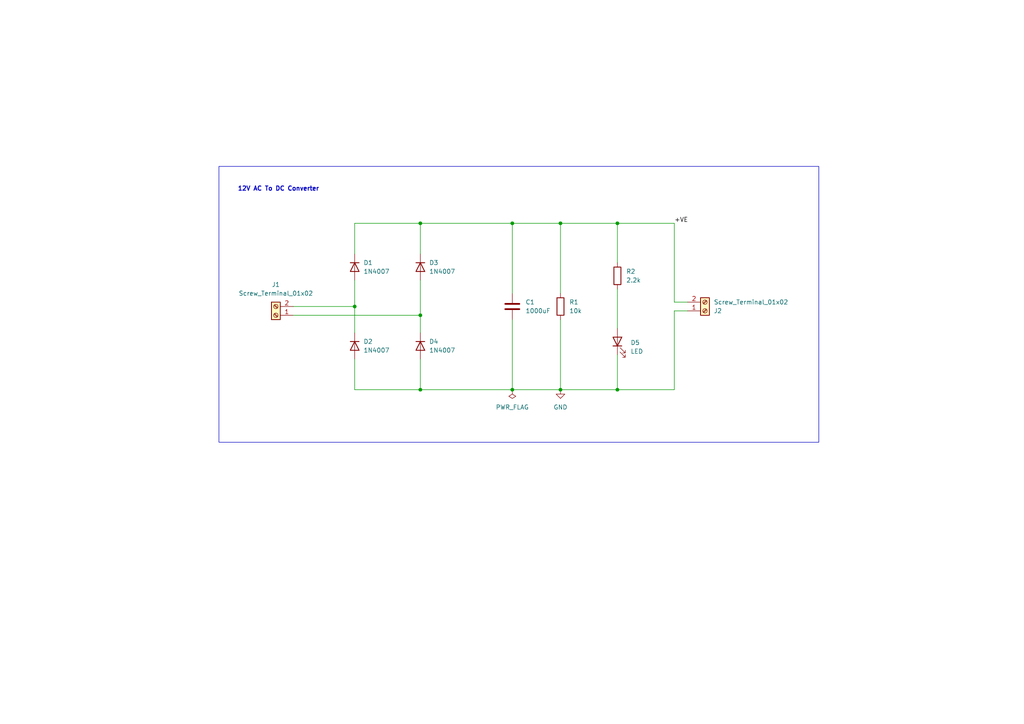
<source format=kicad_sch>
(kicad_sch
	(version 20250114)
	(generator "eeschema")
	(generator_version "9.0")
	(uuid "9662caff-c431-4920-8fbe-68e45b0fb7ae")
	(paper "A4")
	(title_block
		(title "AC To DC Converter")
		(date "2026-01-12")
	)
	(lib_symbols
		(symbol "Connector:Screw_Terminal_01x02"
			(pin_names
				(offset 1.016)
				(hide yes)
			)
			(exclude_from_sim no)
			(in_bom yes)
			(on_board yes)
			(property "Reference" "J"
				(at 0 2.54 0)
				(effects
					(font
						(size 1.27 1.27)
					)
				)
			)
			(property "Value" "Screw_Terminal_01x02"
				(at 0 -5.08 0)
				(effects
					(font
						(size 1.27 1.27)
					)
				)
			)
			(property "Footprint" ""
				(at 0 0 0)
				(effects
					(font
						(size 1.27 1.27)
					)
					(hide yes)
				)
			)
			(property "Datasheet" "~"
				(at 0 0 0)
				(effects
					(font
						(size 1.27 1.27)
					)
					(hide yes)
				)
			)
			(property "Description" "Generic screw terminal, single row, 01x02, script generated (kicad-library-utils/schlib/autogen/connector/)"
				(at 0 0 0)
				(effects
					(font
						(size 1.27 1.27)
					)
					(hide yes)
				)
			)
			(property "ki_keywords" "screw terminal"
				(at 0 0 0)
				(effects
					(font
						(size 1.27 1.27)
					)
					(hide yes)
				)
			)
			(property "ki_fp_filters" "TerminalBlock*:*"
				(at 0 0 0)
				(effects
					(font
						(size 1.27 1.27)
					)
					(hide yes)
				)
			)
			(symbol "Screw_Terminal_01x02_1_1"
				(rectangle
					(start -1.27 1.27)
					(end 1.27 -3.81)
					(stroke
						(width 0.254)
						(type default)
					)
					(fill
						(type background)
					)
				)
				(polyline
					(pts
						(xy -0.5334 0.3302) (xy 0.3302 -0.508)
					)
					(stroke
						(width 0.1524)
						(type default)
					)
					(fill
						(type none)
					)
				)
				(polyline
					(pts
						(xy -0.5334 -2.2098) (xy 0.3302 -3.048)
					)
					(stroke
						(width 0.1524)
						(type default)
					)
					(fill
						(type none)
					)
				)
				(polyline
					(pts
						(xy -0.3556 0.508) (xy 0.508 -0.3302)
					)
					(stroke
						(width 0.1524)
						(type default)
					)
					(fill
						(type none)
					)
				)
				(polyline
					(pts
						(xy -0.3556 -2.032) (xy 0.508 -2.8702)
					)
					(stroke
						(width 0.1524)
						(type default)
					)
					(fill
						(type none)
					)
				)
				(circle
					(center 0 0)
					(radius 0.635)
					(stroke
						(width 0.1524)
						(type default)
					)
					(fill
						(type none)
					)
				)
				(circle
					(center 0 -2.54)
					(radius 0.635)
					(stroke
						(width 0.1524)
						(type default)
					)
					(fill
						(type none)
					)
				)
				(pin passive line
					(at -5.08 0 0)
					(length 3.81)
					(name "Pin_1"
						(effects
							(font
								(size 1.27 1.27)
							)
						)
					)
					(number "1"
						(effects
							(font
								(size 1.27 1.27)
							)
						)
					)
				)
				(pin passive line
					(at -5.08 -2.54 0)
					(length 3.81)
					(name "Pin_2"
						(effects
							(font
								(size 1.27 1.27)
							)
						)
					)
					(number "2"
						(effects
							(font
								(size 1.27 1.27)
							)
						)
					)
				)
			)
			(embedded_fonts no)
		)
		(symbol "Device:C"
			(pin_numbers
				(hide yes)
			)
			(pin_names
				(offset 0.254)
			)
			(exclude_from_sim no)
			(in_bom yes)
			(on_board yes)
			(property "Reference" "C"
				(at 0.635 2.54 0)
				(effects
					(font
						(size 1.27 1.27)
					)
					(justify left)
				)
			)
			(property "Value" "C"
				(at 0.635 -2.54 0)
				(effects
					(font
						(size 1.27 1.27)
					)
					(justify left)
				)
			)
			(property "Footprint" ""
				(at 0.9652 -3.81 0)
				(effects
					(font
						(size 1.27 1.27)
					)
					(hide yes)
				)
			)
			(property "Datasheet" "~"
				(at 0 0 0)
				(effects
					(font
						(size 1.27 1.27)
					)
					(hide yes)
				)
			)
			(property "Description" "Unpolarized capacitor"
				(at 0 0 0)
				(effects
					(font
						(size 1.27 1.27)
					)
					(hide yes)
				)
			)
			(property "ki_keywords" "cap capacitor"
				(at 0 0 0)
				(effects
					(font
						(size 1.27 1.27)
					)
					(hide yes)
				)
			)
			(property "ki_fp_filters" "C_*"
				(at 0 0 0)
				(effects
					(font
						(size 1.27 1.27)
					)
					(hide yes)
				)
			)
			(symbol "C_0_1"
				(polyline
					(pts
						(xy -2.032 0.762) (xy 2.032 0.762)
					)
					(stroke
						(width 0.508)
						(type default)
					)
					(fill
						(type none)
					)
				)
				(polyline
					(pts
						(xy -2.032 -0.762) (xy 2.032 -0.762)
					)
					(stroke
						(width 0.508)
						(type default)
					)
					(fill
						(type none)
					)
				)
			)
			(symbol "C_1_1"
				(pin passive line
					(at 0 3.81 270)
					(length 2.794)
					(name "~"
						(effects
							(font
								(size 1.27 1.27)
							)
						)
					)
					(number "1"
						(effects
							(font
								(size 1.27 1.27)
							)
						)
					)
				)
				(pin passive line
					(at 0 -3.81 90)
					(length 2.794)
					(name "~"
						(effects
							(font
								(size 1.27 1.27)
							)
						)
					)
					(number "2"
						(effects
							(font
								(size 1.27 1.27)
							)
						)
					)
				)
			)
			(embedded_fonts no)
		)
		(symbol "Device:LED"
			(pin_numbers
				(hide yes)
			)
			(pin_names
				(offset 1.016)
				(hide yes)
			)
			(exclude_from_sim no)
			(in_bom yes)
			(on_board yes)
			(property "Reference" "D"
				(at 0 2.54 0)
				(effects
					(font
						(size 1.27 1.27)
					)
				)
			)
			(property "Value" "LED"
				(at 0 -2.54 0)
				(effects
					(font
						(size 1.27 1.27)
					)
				)
			)
			(property "Footprint" ""
				(at 0 0 0)
				(effects
					(font
						(size 1.27 1.27)
					)
					(hide yes)
				)
			)
			(property "Datasheet" "~"
				(at 0 0 0)
				(effects
					(font
						(size 1.27 1.27)
					)
					(hide yes)
				)
			)
			(property "Description" "Light emitting diode"
				(at 0 0 0)
				(effects
					(font
						(size 1.27 1.27)
					)
					(hide yes)
				)
			)
			(property "Sim.Pins" "1=K 2=A"
				(at 0 0 0)
				(effects
					(font
						(size 1.27 1.27)
					)
					(hide yes)
				)
			)
			(property "ki_keywords" "LED diode"
				(at 0 0 0)
				(effects
					(font
						(size 1.27 1.27)
					)
					(hide yes)
				)
			)
			(property "ki_fp_filters" "LED* LED_SMD:* LED_THT:*"
				(at 0 0 0)
				(effects
					(font
						(size 1.27 1.27)
					)
					(hide yes)
				)
			)
			(symbol "LED_0_1"
				(polyline
					(pts
						(xy -3.048 -0.762) (xy -4.572 -2.286) (xy -3.81 -2.286) (xy -4.572 -2.286) (xy -4.572 -1.524)
					)
					(stroke
						(width 0)
						(type default)
					)
					(fill
						(type none)
					)
				)
				(polyline
					(pts
						(xy -1.778 -0.762) (xy -3.302 -2.286) (xy -2.54 -2.286) (xy -3.302 -2.286) (xy -3.302 -1.524)
					)
					(stroke
						(width 0)
						(type default)
					)
					(fill
						(type none)
					)
				)
				(polyline
					(pts
						(xy -1.27 0) (xy 1.27 0)
					)
					(stroke
						(width 0)
						(type default)
					)
					(fill
						(type none)
					)
				)
				(polyline
					(pts
						(xy -1.27 -1.27) (xy -1.27 1.27)
					)
					(stroke
						(width 0.254)
						(type default)
					)
					(fill
						(type none)
					)
				)
				(polyline
					(pts
						(xy 1.27 -1.27) (xy 1.27 1.27) (xy -1.27 0) (xy 1.27 -1.27)
					)
					(stroke
						(width 0.254)
						(type default)
					)
					(fill
						(type none)
					)
				)
			)
			(symbol "LED_1_1"
				(pin passive line
					(at -3.81 0 0)
					(length 2.54)
					(name "K"
						(effects
							(font
								(size 1.27 1.27)
							)
						)
					)
					(number "1"
						(effects
							(font
								(size 1.27 1.27)
							)
						)
					)
				)
				(pin passive line
					(at 3.81 0 180)
					(length 2.54)
					(name "A"
						(effects
							(font
								(size 1.27 1.27)
							)
						)
					)
					(number "2"
						(effects
							(font
								(size 1.27 1.27)
							)
						)
					)
				)
			)
			(embedded_fonts no)
		)
		(symbol "Device:R"
			(pin_numbers
				(hide yes)
			)
			(pin_names
				(offset 0)
			)
			(exclude_from_sim no)
			(in_bom yes)
			(on_board yes)
			(property "Reference" "R"
				(at 2.032 0 90)
				(effects
					(font
						(size 1.27 1.27)
					)
				)
			)
			(property "Value" "R"
				(at 0 0 90)
				(effects
					(font
						(size 1.27 1.27)
					)
				)
			)
			(property "Footprint" ""
				(at -1.778 0 90)
				(effects
					(font
						(size 1.27 1.27)
					)
					(hide yes)
				)
			)
			(property "Datasheet" "~"
				(at 0 0 0)
				(effects
					(font
						(size 1.27 1.27)
					)
					(hide yes)
				)
			)
			(property "Description" "Resistor"
				(at 0 0 0)
				(effects
					(font
						(size 1.27 1.27)
					)
					(hide yes)
				)
			)
			(property "ki_keywords" "R res resistor"
				(at 0 0 0)
				(effects
					(font
						(size 1.27 1.27)
					)
					(hide yes)
				)
			)
			(property "ki_fp_filters" "R_*"
				(at 0 0 0)
				(effects
					(font
						(size 1.27 1.27)
					)
					(hide yes)
				)
			)
			(symbol "R_0_1"
				(rectangle
					(start -1.016 -2.54)
					(end 1.016 2.54)
					(stroke
						(width 0.254)
						(type default)
					)
					(fill
						(type none)
					)
				)
			)
			(symbol "R_1_1"
				(pin passive line
					(at 0 3.81 270)
					(length 1.27)
					(name "~"
						(effects
							(font
								(size 1.27 1.27)
							)
						)
					)
					(number "1"
						(effects
							(font
								(size 1.27 1.27)
							)
						)
					)
				)
				(pin passive line
					(at 0 -3.81 90)
					(length 1.27)
					(name "~"
						(effects
							(font
								(size 1.27 1.27)
							)
						)
					)
					(number "2"
						(effects
							(font
								(size 1.27 1.27)
							)
						)
					)
				)
			)
			(embedded_fonts no)
		)
		(symbol "Diode:1N4007"
			(pin_numbers
				(hide yes)
			)
			(pin_names
				(hide yes)
			)
			(exclude_from_sim no)
			(in_bom yes)
			(on_board yes)
			(property "Reference" "D"
				(at 0 2.54 0)
				(effects
					(font
						(size 1.27 1.27)
					)
				)
			)
			(property "Value" "1N4007"
				(at 0 -2.54 0)
				(effects
					(font
						(size 1.27 1.27)
					)
				)
			)
			(property "Footprint" "Diode_THT:D_DO-41_SOD81_P10.16mm_Horizontal"
				(at 0 -4.445 0)
				(effects
					(font
						(size 1.27 1.27)
					)
					(hide yes)
				)
			)
			(property "Datasheet" "http://www.vishay.com/docs/88503/1n4001.pdf"
				(at 0 0 0)
				(effects
					(font
						(size 1.27 1.27)
					)
					(hide yes)
				)
			)
			(property "Description" "1000V 1A General Purpose Rectifier Diode, DO-41"
				(at 0 0 0)
				(effects
					(font
						(size 1.27 1.27)
					)
					(hide yes)
				)
			)
			(property "Sim.Device" "D"
				(at 0 0 0)
				(effects
					(font
						(size 1.27 1.27)
					)
					(hide yes)
				)
			)
			(property "Sim.Pins" "1=K 2=A"
				(at 0 0 0)
				(effects
					(font
						(size 1.27 1.27)
					)
					(hide yes)
				)
			)
			(property "ki_keywords" "diode"
				(at 0 0 0)
				(effects
					(font
						(size 1.27 1.27)
					)
					(hide yes)
				)
			)
			(property "ki_fp_filters" "D*DO?41*"
				(at 0 0 0)
				(effects
					(font
						(size 1.27 1.27)
					)
					(hide yes)
				)
			)
			(symbol "1N4007_0_1"
				(polyline
					(pts
						(xy -1.27 1.27) (xy -1.27 -1.27)
					)
					(stroke
						(width 0.254)
						(type default)
					)
					(fill
						(type none)
					)
				)
				(polyline
					(pts
						(xy 1.27 1.27) (xy 1.27 -1.27) (xy -1.27 0) (xy 1.27 1.27)
					)
					(stroke
						(width 0.254)
						(type default)
					)
					(fill
						(type none)
					)
				)
				(polyline
					(pts
						(xy 1.27 0) (xy -1.27 0)
					)
					(stroke
						(width 0)
						(type default)
					)
					(fill
						(type none)
					)
				)
			)
			(symbol "1N4007_1_1"
				(pin passive line
					(at -3.81 0 0)
					(length 2.54)
					(name "K"
						(effects
							(font
								(size 1.27 1.27)
							)
						)
					)
					(number "1"
						(effects
							(font
								(size 1.27 1.27)
							)
						)
					)
				)
				(pin passive line
					(at 3.81 0 180)
					(length 2.54)
					(name "A"
						(effects
							(font
								(size 1.27 1.27)
							)
						)
					)
					(number "2"
						(effects
							(font
								(size 1.27 1.27)
							)
						)
					)
				)
			)
			(embedded_fonts no)
		)
		(symbol "power:GND"
			(power)
			(pin_numbers
				(hide yes)
			)
			(pin_names
				(offset 0)
				(hide yes)
			)
			(exclude_from_sim no)
			(in_bom yes)
			(on_board yes)
			(property "Reference" "#PWR"
				(at 0 -6.35 0)
				(effects
					(font
						(size 1.27 1.27)
					)
					(hide yes)
				)
			)
			(property "Value" "GND"
				(at 0 -3.81 0)
				(effects
					(font
						(size 1.27 1.27)
					)
				)
			)
			(property "Footprint" ""
				(at 0 0 0)
				(effects
					(font
						(size 1.27 1.27)
					)
					(hide yes)
				)
			)
			(property "Datasheet" ""
				(at 0 0 0)
				(effects
					(font
						(size 1.27 1.27)
					)
					(hide yes)
				)
			)
			(property "Description" "Power symbol creates a global label with name \"GND\" , ground"
				(at 0 0 0)
				(effects
					(font
						(size 1.27 1.27)
					)
					(hide yes)
				)
			)
			(property "ki_keywords" "global power"
				(at 0 0 0)
				(effects
					(font
						(size 1.27 1.27)
					)
					(hide yes)
				)
			)
			(symbol "GND_0_1"
				(polyline
					(pts
						(xy 0 0) (xy 0 -1.27) (xy 1.27 -1.27) (xy 0 -2.54) (xy -1.27 -1.27) (xy 0 -1.27)
					)
					(stroke
						(width 0)
						(type default)
					)
					(fill
						(type none)
					)
				)
			)
			(symbol "GND_1_1"
				(pin power_in line
					(at 0 0 270)
					(length 0)
					(name "~"
						(effects
							(font
								(size 1.27 1.27)
							)
						)
					)
					(number "1"
						(effects
							(font
								(size 1.27 1.27)
							)
						)
					)
				)
			)
			(embedded_fonts no)
		)
		(symbol "power:PWR_FLAG"
			(power)
			(pin_numbers
				(hide yes)
			)
			(pin_names
				(offset 0)
				(hide yes)
			)
			(exclude_from_sim no)
			(in_bom yes)
			(on_board yes)
			(property "Reference" "#FLG"
				(at 0 1.905 0)
				(effects
					(font
						(size 1.27 1.27)
					)
					(hide yes)
				)
			)
			(property "Value" "PWR_FLAG"
				(at 0 3.81 0)
				(effects
					(font
						(size 1.27 1.27)
					)
				)
			)
			(property "Footprint" ""
				(at 0 0 0)
				(effects
					(font
						(size 1.27 1.27)
					)
					(hide yes)
				)
			)
			(property "Datasheet" "~"
				(at 0 0 0)
				(effects
					(font
						(size 1.27 1.27)
					)
					(hide yes)
				)
			)
			(property "Description" "Special symbol for telling ERC where power comes from"
				(at 0 0 0)
				(effects
					(font
						(size 1.27 1.27)
					)
					(hide yes)
				)
			)
			(property "ki_keywords" "flag power"
				(at 0 0 0)
				(effects
					(font
						(size 1.27 1.27)
					)
					(hide yes)
				)
			)
			(symbol "PWR_FLAG_0_0"
				(pin power_out line
					(at 0 0 90)
					(length 0)
					(name "~"
						(effects
							(font
								(size 1.27 1.27)
							)
						)
					)
					(number "1"
						(effects
							(font
								(size 1.27 1.27)
							)
						)
					)
				)
			)
			(symbol "PWR_FLAG_0_1"
				(polyline
					(pts
						(xy 0 0) (xy 0 1.27) (xy -1.016 1.905) (xy 0 2.54) (xy 1.016 1.905) (xy 0 1.27)
					)
					(stroke
						(width 0)
						(type default)
					)
					(fill
						(type none)
					)
				)
			)
			(embedded_fonts no)
		)
	)
	(rectangle
		(start 63.5 48.26)
		(end 237.49 128.27)
		(stroke
			(width 0)
			(type default)
		)
		(fill
			(type none)
		)
		(uuid bdb0ea6d-fbf5-4a56-a5e5-ed4bae97557c)
	)
	(text "12V AC To DC Converter"
		(exclude_from_sim no)
		(at 80.772 54.864 0)
		(effects
			(font
				(size 1.27 1.27)
				(thickness 0.254)
				(bold yes)
			)
		)
		(uuid "6907450a-0814-40af-a110-666bb2d6ca61")
	)
	(junction
		(at 121.92 64.77)
		(diameter 0)
		(color 0 0 0 0)
		(uuid "3bf38c2d-d8bc-4197-ac25-63f77df37c7f")
	)
	(junction
		(at 179.07 64.77)
		(diameter 0)
		(color 0 0 0 0)
		(uuid "43cdb1a2-fc2a-4cdf-82b7-879ca3f44c26")
	)
	(junction
		(at 179.07 113.03)
		(diameter 0)
		(color 0 0 0 0)
		(uuid "64df586d-bf8e-42c6-9b7c-6c7ea772cda6")
	)
	(junction
		(at 162.56 64.77)
		(diameter 0)
		(color 0 0 0 0)
		(uuid "8fc6a9a4-44c8-435f-b750-e6aa1259562c")
	)
	(junction
		(at 162.56 113.03)
		(diameter 0)
		(color 0 0 0 0)
		(uuid "95312e1b-45ed-47e6-9517-9c669bc9a4cd")
	)
	(junction
		(at 148.59 64.77)
		(diameter 0)
		(color 0 0 0 0)
		(uuid "ad466f6a-d04e-4ef3-86f4-9a77869dcfa8")
	)
	(junction
		(at 148.59 113.03)
		(diameter 0)
		(color 0 0 0 0)
		(uuid "b086369c-a656-4923-8fe1-73ff6c23403a")
	)
	(junction
		(at 121.92 113.03)
		(diameter 0)
		(color 0 0 0 0)
		(uuid "c22b796e-3ad1-479a-a671-5a49436d818c")
	)
	(junction
		(at 121.92 91.44)
		(diameter 0)
		(color 0 0 0 0)
		(uuid "e5412908-eadd-453a-ac31-99a306705e7c")
	)
	(junction
		(at 102.87 88.9)
		(diameter 0)
		(color 0 0 0 0)
		(uuid "eddc1c8d-b761-4b17-b8dd-cfdb07bc3ae4")
	)
	(wire
		(pts
			(xy 85.09 91.44) (xy 121.92 91.44)
		)
		(stroke
			(width 0)
			(type default)
		)
		(uuid "082d6ffd-eafa-41b5-ab3c-98a39473c96b")
	)
	(wire
		(pts
			(xy 121.92 64.77) (xy 121.92 73.66)
		)
		(stroke
			(width 0)
			(type default)
		)
		(uuid "15782bd0-84b6-49ec-ab5e-79de4ce6afeb")
	)
	(wire
		(pts
			(xy 195.58 87.63) (xy 199.39 87.63)
		)
		(stroke
			(width 0)
			(type default)
		)
		(uuid "1b1c6184-927e-49fe-8c3d-7dbd6278ae5d")
	)
	(wire
		(pts
			(xy 102.87 113.03) (xy 121.92 113.03)
		)
		(stroke
			(width 0)
			(type default)
		)
		(uuid "1d60e001-c60e-4f2c-8450-4531e263cd7d")
	)
	(wire
		(pts
			(xy 148.59 92.71) (xy 148.59 113.03)
		)
		(stroke
			(width 0)
			(type default)
		)
		(uuid "253df825-3213-45d9-99d1-fc154e5bb3a6")
	)
	(wire
		(pts
			(xy 179.07 83.82) (xy 179.07 95.25)
		)
		(stroke
			(width 0)
			(type default)
		)
		(uuid "37cfdf50-f3ae-42bb-bee0-c2fdfc8664d1")
	)
	(wire
		(pts
			(xy 162.56 64.77) (xy 179.07 64.77)
		)
		(stroke
			(width 0)
			(type default)
		)
		(uuid "4530aff0-4af1-4f55-a113-48672b08b982")
	)
	(wire
		(pts
			(xy 179.07 102.87) (xy 179.07 113.03)
		)
		(stroke
			(width 0)
			(type default)
		)
		(uuid "483c4ba1-fb00-44a4-a466-326a5ea4e523")
	)
	(wire
		(pts
			(xy 121.92 91.44) (xy 121.92 96.52)
		)
		(stroke
			(width 0)
			(type default)
		)
		(uuid "48624aba-c4e8-4a73-bf1b-25c834fe07cb")
	)
	(wire
		(pts
			(xy 121.92 81.28) (xy 121.92 91.44)
		)
		(stroke
			(width 0)
			(type default)
		)
		(uuid "4acf0e4c-c473-4888-8135-ed958ec1463e")
	)
	(wire
		(pts
			(xy 179.07 64.77) (xy 195.58 64.77)
		)
		(stroke
			(width 0)
			(type default)
		)
		(uuid "544aae89-7629-4185-b0a3-fda095696753")
	)
	(wire
		(pts
			(xy 121.92 64.77) (xy 148.59 64.77)
		)
		(stroke
			(width 0)
			(type default)
		)
		(uuid "60468304-26f3-46d1-b13d-417b7d0368f3")
	)
	(wire
		(pts
			(xy 162.56 64.77) (xy 162.56 85.09)
		)
		(stroke
			(width 0)
			(type default)
		)
		(uuid "60aba8ad-2650-4e78-89cc-408423e515e9")
	)
	(wire
		(pts
			(xy 195.58 90.17) (xy 195.58 113.03)
		)
		(stroke
			(width 0)
			(type default)
		)
		(uuid "61e34547-b571-4996-843d-218bdfe855f7")
	)
	(wire
		(pts
			(xy 162.56 113.03) (xy 179.07 113.03)
		)
		(stroke
			(width 0)
			(type default)
		)
		(uuid "71ce72fe-47a5-481b-8302-b650d874e8f2")
	)
	(wire
		(pts
			(xy 162.56 92.71) (xy 162.56 113.03)
		)
		(stroke
			(width 0)
			(type default)
		)
		(uuid "71ce79c4-5bdc-4cb9-9112-7566fd83a9f7")
	)
	(wire
		(pts
			(xy 85.09 88.9) (xy 102.87 88.9)
		)
		(stroke
			(width 0)
			(type default)
		)
		(uuid "72948049-3196-4f1e-9bda-9499afa92995")
	)
	(wire
		(pts
			(xy 179.07 64.77) (xy 179.07 76.2)
		)
		(stroke
			(width 0)
			(type default)
		)
		(uuid "76cb1fa8-58dd-4ea9-a9da-f6536ef60ef6")
	)
	(wire
		(pts
			(xy 148.59 64.77) (xy 162.56 64.77)
		)
		(stroke
			(width 0)
			(type default)
		)
		(uuid "7dbba94d-bcd0-4173-a419-12efc2ad969b")
	)
	(wire
		(pts
			(xy 102.87 73.66) (xy 102.87 64.77)
		)
		(stroke
			(width 0)
			(type default)
		)
		(uuid "9a08f9b8-a105-4bb5-b895-30434d0a3884")
	)
	(wire
		(pts
			(xy 102.87 104.14) (xy 102.87 113.03)
		)
		(stroke
			(width 0)
			(type default)
		)
		(uuid "9dedb88f-52ac-4206-9b64-ba62fc65b5af")
	)
	(wire
		(pts
			(xy 102.87 64.77) (xy 121.92 64.77)
		)
		(stroke
			(width 0)
			(type default)
		)
		(uuid "ab176e9b-367b-40a0-95d8-3786c16e4a7e")
	)
	(wire
		(pts
			(xy 199.39 90.17) (xy 195.58 90.17)
		)
		(stroke
			(width 0)
			(type default)
		)
		(uuid "b1984c04-51f0-4a22-908b-9f8f02e90ac3")
	)
	(wire
		(pts
			(xy 195.58 113.03) (xy 179.07 113.03)
		)
		(stroke
			(width 0)
			(type default)
		)
		(uuid "b2f8a06a-62a6-4a54-a83c-3b7de5c1110a")
	)
	(wire
		(pts
			(xy 121.92 113.03) (xy 148.59 113.03)
		)
		(stroke
			(width 0)
			(type default)
		)
		(uuid "b54f000a-082b-4a8c-acfa-b7581becd472")
	)
	(wire
		(pts
			(xy 195.58 64.77) (xy 195.58 87.63)
		)
		(stroke
			(width 0)
			(type default)
		)
		(uuid "bb82be14-d51c-46ad-810f-28f96deac09c")
	)
	(wire
		(pts
			(xy 102.87 88.9) (xy 102.87 96.52)
		)
		(stroke
			(width 0)
			(type default)
		)
		(uuid "c5eeec8a-1f3d-4a3f-9103-a89e4c18ff3c")
	)
	(wire
		(pts
			(xy 121.92 104.14) (xy 121.92 113.03)
		)
		(stroke
			(width 0)
			(type default)
		)
		(uuid "ca33669d-40da-4063-b87d-7529bbcf62e3")
	)
	(wire
		(pts
			(xy 148.59 64.77) (xy 148.59 85.09)
		)
		(stroke
			(width 0)
			(type default)
		)
		(uuid "ed25729d-53a9-42b9-8d92-d8a8c50b7efe")
	)
	(wire
		(pts
			(xy 162.56 113.03) (xy 148.59 113.03)
		)
		(stroke
			(width 0)
			(type default)
		)
		(uuid "f56a15e7-8f4e-4a40-8495-3513d810ea0e")
	)
	(wire
		(pts
			(xy 102.87 81.28) (xy 102.87 88.9)
		)
		(stroke
			(width 0)
			(type default)
		)
		(uuid "f6eab2b6-81ed-447b-8cdc-45cba1f6d8b7")
	)
	(label "+VE"
		(at 195.58 64.77 0)
		(effects
			(font
				(size 1.27 1.27)
			)
			(justify left bottom)
		)
		(uuid "c420fa0f-c3f3-4626-a9d7-c76223b7b368")
	)
	(symbol
		(lib_id "Connector:Screw_Terminal_01x02")
		(at 80.01 91.44 180)
		(unit 1)
		(exclude_from_sim no)
		(in_bom yes)
		(on_board yes)
		(dnp no)
		(fields_autoplaced yes)
		(uuid "2170cfe2-0ecc-4ab0-87cf-ae0e8e0c684a")
		(property "Reference" "J1"
			(at 80.01 82.55 0)
			(effects
				(font
					(size 1.27 1.27)
				)
			)
		)
		(property "Value" "Screw_Terminal_01x02"
			(at 80.01 85.09 0)
			(effects
				(font
					(size 1.27 1.27)
				)
			)
		)
		(property "Footprint" "TerminalBlock_Altech:Altech_AK100_1x02_P5.00mm"
			(at 80.01 91.44 0)
			(effects
				(font
					(size 1.27 1.27)
				)
				(hide yes)
			)
		)
		(property "Datasheet" "~"
			(at 80.01 91.44 0)
			(effects
				(font
					(size 1.27 1.27)
				)
				(hide yes)
			)
		)
		(property "Description" "Generic screw terminal, single row, 01x02, script generated (kicad-library-utils/schlib/autogen/connector/)"
			(at 80.01 91.44 0)
			(effects
				(font
					(size 1.27 1.27)
				)
				(hide yes)
			)
		)
		(pin "1"
			(uuid "1f37f185-4618-48f6-895c-8cf5cf8aec42")
		)
		(pin "2"
			(uuid "f171fc84-08fa-4184-9f96-ec4a10d9c509")
		)
		(instances
			(project ""
				(path "/9662caff-c431-4920-8fbe-68e45b0fb7ae"
					(reference "J1")
					(unit 1)
				)
			)
		)
	)
	(symbol
		(lib_id "Device:R")
		(at 162.56 88.9 0)
		(unit 1)
		(exclude_from_sim no)
		(in_bom yes)
		(on_board yes)
		(dnp no)
		(fields_autoplaced yes)
		(uuid "34fc8a83-a36b-4e97-9f1e-9f328544ac87")
		(property "Reference" "R1"
			(at 165.1 87.6299 0)
			(effects
				(font
					(size 1.27 1.27)
				)
				(justify left)
			)
		)
		(property "Value" "10k"
			(at 165.1 90.1699 0)
			(effects
				(font
					(size 1.27 1.27)
				)
				(justify left)
			)
		)
		(property "Footprint" "Resistor_THT:R_Axial_DIN0207_L6.3mm_D2.5mm_P7.62mm_Horizontal"
			(at 160.782 88.9 90)
			(effects
				(font
					(size 1.27 1.27)
				)
				(hide yes)
			)
		)
		(property "Datasheet" "~"
			(at 162.56 88.9 0)
			(effects
				(font
					(size 1.27 1.27)
				)
				(hide yes)
			)
		)
		(property "Description" "Resistor"
			(at 162.56 88.9 0)
			(effects
				(font
					(size 1.27 1.27)
				)
				(hide yes)
			)
		)
		(pin "2"
			(uuid "dd06b0d0-3f7b-4943-b6a0-890816781c15")
		)
		(pin "1"
			(uuid "5939d175-d484-49d3-8e9e-cc2ba267face")
		)
		(instances
			(project ""
				(path "/9662caff-c431-4920-8fbe-68e45b0fb7ae"
					(reference "R1")
					(unit 1)
				)
			)
		)
	)
	(symbol
		(lib_id "Diode:1N4007")
		(at 102.87 100.33 270)
		(unit 1)
		(exclude_from_sim no)
		(in_bom yes)
		(on_board yes)
		(dnp no)
		(fields_autoplaced yes)
		(uuid "51a7aeb5-d66b-4584-8fc9-0a70e2b3bddb")
		(property "Reference" "D2"
			(at 105.41 99.0599 90)
			(effects
				(font
					(size 1.27 1.27)
				)
				(justify left)
			)
		)
		(property "Value" "1N4007"
			(at 105.41 101.5999 90)
			(effects
				(font
					(size 1.27 1.27)
				)
				(justify left)
			)
		)
		(property "Footprint" "Diode_THT:D_DO-41_SOD81_P10.16mm_Horizontal"
			(at 98.425 100.33 0)
			(effects
				(font
					(size 1.27 1.27)
				)
				(hide yes)
			)
		)
		(property "Datasheet" "http://www.vishay.com/docs/88503/1n4001.pdf"
			(at 102.87 100.33 0)
			(effects
				(font
					(size 1.27 1.27)
				)
				(hide yes)
			)
		)
		(property "Description" "1000V 1A General Purpose Rectifier Diode, DO-41"
			(at 102.87 100.33 0)
			(effects
				(font
					(size 1.27 1.27)
				)
				(hide yes)
			)
		)
		(property "Sim.Device" "D"
			(at 102.87 100.33 0)
			(effects
				(font
					(size 1.27 1.27)
				)
				(hide yes)
			)
		)
		(property "Sim.Pins" "1=K 2=A"
			(at 102.87 100.33 0)
			(effects
				(font
					(size 1.27 1.27)
				)
				(hide yes)
			)
		)
		(pin "2"
			(uuid "f61b2105-c783-4c5c-b78a-7cbc25c9d73b")
		)
		(pin "1"
			(uuid "842b42e8-ebbf-4f6d-9ceb-31b229544415")
		)
		(instances
			(project "actodc"
				(path "/9662caff-c431-4920-8fbe-68e45b0fb7ae"
					(reference "D2")
					(unit 1)
				)
			)
		)
	)
	(symbol
		(lib_id "power:GND")
		(at 162.56 113.03 0)
		(unit 1)
		(exclude_from_sim no)
		(in_bom yes)
		(on_board yes)
		(dnp no)
		(fields_autoplaced yes)
		(uuid "5bf0e093-65cb-44b0-9abb-eb92ba1b13b6")
		(property "Reference" "#PWR01"
			(at 162.56 119.38 0)
			(effects
				(font
					(size 1.27 1.27)
				)
				(hide yes)
			)
		)
		(property "Value" "GND"
			(at 162.56 118.11 0)
			(effects
				(font
					(size 1.27 1.27)
				)
			)
		)
		(property "Footprint" ""
			(at 162.56 113.03 0)
			(effects
				(font
					(size 1.27 1.27)
				)
				(hide yes)
			)
		)
		(property "Datasheet" ""
			(at 162.56 113.03 0)
			(effects
				(font
					(size 1.27 1.27)
				)
				(hide yes)
			)
		)
		(property "Description" "Power symbol creates a global label with name \"GND\" , ground"
			(at 162.56 113.03 0)
			(effects
				(font
					(size 1.27 1.27)
				)
				(hide yes)
			)
		)
		(pin "1"
			(uuid "69ae13dc-8288-4d8e-a454-5271a06eeba7")
		)
		(instances
			(project ""
				(path "/9662caff-c431-4920-8fbe-68e45b0fb7ae"
					(reference "#PWR01")
					(unit 1)
				)
			)
		)
	)
	(symbol
		(lib_id "Device:LED")
		(at 179.07 99.06 90)
		(unit 1)
		(exclude_from_sim no)
		(in_bom yes)
		(on_board yes)
		(dnp no)
		(fields_autoplaced yes)
		(uuid "71ca2f24-252a-4b17-a0d6-00b5cafa1989")
		(property "Reference" "D5"
			(at 182.88 99.3774 90)
			(effects
				(font
					(size 1.27 1.27)
				)
				(justify right)
			)
		)
		(property "Value" "LED"
			(at 182.88 101.9174 90)
			(effects
				(font
					(size 1.27 1.27)
				)
				(justify right)
			)
		)
		(property "Footprint" "LED_THT:LED_D5.0mm"
			(at 179.07 99.06 0)
			(effects
				(font
					(size 1.27 1.27)
				)
				(hide yes)
			)
		)
		(property "Datasheet" "~"
			(at 179.07 99.06 0)
			(effects
				(font
					(size 1.27 1.27)
				)
				(hide yes)
			)
		)
		(property "Description" "Light emitting diode"
			(at 179.07 99.06 0)
			(effects
				(font
					(size 1.27 1.27)
				)
				(hide yes)
			)
		)
		(property "Sim.Pins" "1=K 2=A"
			(at 179.07 99.06 0)
			(effects
				(font
					(size 1.27 1.27)
				)
				(hide yes)
			)
		)
		(pin "2"
			(uuid "a353f521-3063-4d81-a1dc-6c1d85a666b3")
		)
		(pin "1"
			(uuid "d7f5d6ee-0fc5-4562-af53-00db73079f9f")
		)
		(instances
			(project ""
				(path "/9662caff-c431-4920-8fbe-68e45b0fb7ae"
					(reference "D5")
					(unit 1)
				)
			)
		)
	)
	(symbol
		(lib_id "Device:C")
		(at 148.59 88.9 0)
		(unit 1)
		(exclude_from_sim no)
		(in_bom yes)
		(on_board yes)
		(dnp no)
		(fields_autoplaced yes)
		(uuid "782c02d1-7e9d-48c3-8927-124253f00914")
		(property "Reference" "C1"
			(at 152.4 87.6299 0)
			(effects
				(font
					(size 1.27 1.27)
				)
				(justify left)
			)
		)
		(property "Value" "1000uF"
			(at 152.4 90.1699 0)
			(effects
				(font
					(size 1.27 1.27)
				)
				(justify left)
			)
		)
		(property "Footprint" "Capacitor_THT:CP_Radial_D8.0mm_P2.50mm"
			(at 149.5552 92.71 0)
			(effects
				(font
					(size 1.27 1.27)
				)
				(hide yes)
			)
		)
		(property "Datasheet" "~"
			(at 148.59 88.9 0)
			(effects
				(font
					(size 1.27 1.27)
				)
				(hide yes)
			)
		)
		(property "Description" "Unpolarized capacitor"
			(at 148.59 88.9 0)
			(effects
				(font
					(size 1.27 1.27)
				)
				(hide yes)
			)
		)
		(pin "1"
			(uuid "1fca6fac-cc4e-42c5-a458-6e1b6197bedf")
		)
		(pin "2"
			(uuid "72c6c2bd-dd30-41f8-a2b6-ae27d720c756")
		)
		(instances
			(project ""
				(path "/9662caff-c431-4920-8fbe-68e45b0fb7ae"
					(reference "C1")
					(unit 1)
				)
			)
		)
	)
	(symbol
		(lib_id "Diode:1N4007")
		(at 121.92 77.47 270)
		(unit 1)
		(exclude_from_sim no)
		(in_bom yes)
		(on_board yes)
		(dnp no)
		(fields_autoplaced yes)
		(uuid "79b51571-5f24-4642-80e2-cce9c003e88e")
		(property "Reference" "D3"
			(at 124.46 76.1999 90)
			(effects
				(font
					(size 1.27 1.27)
				)
				(justify left)
			)
		)
		(property "Value" "1N4007"
			(at 124.46 78.7399 90)
			(effects
				(font
					(size 1.27 1.27)
				)
				(justify left)
			)
		)
		(property "Footprint" "Diode_THT:D_DO-41_SOD81_P10.16mm_Horizontal"
			(at 117.475 77.47 0)
			(effects
				(font
					(size 1.27 1.27)
				)
				(hide yes)
			)
		)
		(property "Datasheet" "http://www.vishay.com/docs/88503/1n4001.pdf"
			(at 121.92 77.47 0)
			(effects
				(font
					(size 1.27 1.27)
				)
				(hide yes)
			)
		)
		(property "Description" "1000V 1A General Purpose Rectifier Diode, DO-41"
			(at 121.92 77.47 0)
			(effects
				(font
					(size 1.27 1.27)
				)
				(hide yes)
			)
		)
		(property "Sim.Device" "D"
			(at 121.92 77.47 0)
			(effects
				(font
					(size 1.27 1.27)
				)
				(hide yes)
			)
		)
		(property "Sim.Pins" "1=K 2=A"
			(at 121.92 77.47 0)
			(effects
				(font
					(size 1.27 1.27)
				)
				(hide yes)
			)
		)
		(pin "2"
			(uuid "a76d4ebf-eb2c-407a-8193-cc5f2ce061d4")
		)
		(pin "1"
			(uuid "8ff0dd5b-c577-4c2c-849a-4e7490905f1d")
		)
		(instances
			(project "actodc"
				(path "/9662caff-c431-4920-8fbe-68e45b0fb7ae"
					(reference "D3")
					(unit 1)
				)
			)
		)
	)
	(symbol
		(lib_id "Diode:1N4007")
		(at 102.87 77.47 270)
		(unit 1)
		(exclude_from_sim no)
		(in_bom yes)
		(on_board yes)
		(dnp no)
		(fields_autoplaced yes)
		(uuid "a2c7e9c0-0d9f-4457-a4cc-10234d27fd93")
		(property "Reference" "D1"
			(at 105.41 76.1999 90)
			(effects
				(font
					(size 1.27 1.27)
				)
				(justify left)
			)
		)
		(property "Value" "1N4007"
			(at 105.41 78.7399 90)
			(effects
				(font
					(size 1.27 1.27)
				)
				(justify left)
			)
		)
		(property "Footprint" "Diode_THT:D_DO-41_SOD81_P10.16mm_Horizontal"
			(at 98.425 77.47 0)
			(effects
				(font
					(size 1.27 1.27)
				)
				(hide yes)
			)
		)
		(property "Datasheet" "http://www.vishay.com/docs/88503/1n4001.pdf"
			(at 102.87 77.47 0)
			(effects
				(font
					(size 1.27 1.27)
				)
				(hide yes)
			)
		)
		(property "Description" "1000V 1A General Purpose Rectifier Diode, DO-41"
			(at 102.87 77.47 0)
			(effects
				(font
					(size 1.27 1.27)
				)
				(hide yes)
			)
		)
		(property "Sim.Device" "D"
			(at 102.87 77.47 0)
			(effects
				(font
					(size 1.27 1.27)
				)
				(hide yes)
			)
		)
		(property "Sim.Pins" "1=K 2=A"
			(at 102.87 77.47 0)
			(effects
				(font
					(size 1.27 1.27)
				)
				(hide yes)
			)
		)
		(pin "2"
			(uuid "cb63f378-22ba-4523-839c-c2ba1430173a")
		)
		(pin "1"
			(uuid "572e75e6-e9bc-4272-b093-e7433fd21f94")
		)
		(instances
			(project ""
				(path "/9662caff-c431-4920-8fbe-68e45b0fb7ae"
					(reference "D1")
					(unit 1)
				)
			)
		)
	)
	(symbol
		(lib_id "Device:R")
		(at 179.07 80.01 0)
		(unit 1)
		(exclude_from_sim no)
		(in_bom yes)
		(on_board yes)
		(dnp no)
		(fields_autoplaced yes)
		(uuid "a6092ed8-7ee5-4870-bb6f-dbfd929f2b4b")
		(property "Reference" "R2"
			(at 181.61 78.7399 0)
			(effects
				(font
					(size 1.27 1.27)
				)
				(justify left)
			)
		)
		(property "Value" "2.2k"
			(at 181.61 81.2799 0)
			(effects
				(font
					(size 1.27 1.27)
				)
				(justify left)
			)
		)
		(property "Footprint" "Resistor_THT:R_Axial_DIN0207_L6.3mm_D2.5mm_P7.62mm_Horizontal"
			(at 177.292 80.01 90)
			(effects
				(font
					(size 1.27 1.27)
				)
				(hide yes)
			)
		)
		(property "Datasheet" "~"
			(at 179.07 80.01 0)
			(effects
				(font
					(size 1.27 1.27)
				)
				(hide yes)
			)
		)
		(property "Description" "Resistor"
			(at 179.07 80.01 0)
			(effects
				(font
					(size 1.27 1.27)
				)
				(hide yes)
			)
		)
		(pin "2"
			(uuid "13ad2bad-3b01-407f-b0a6-6b13fe8ad9dd")
		)
		(pin "1"
			(uuid "9b7413ff-924c-44de-879b-25a60e616224")
		)
		(instances
			(project "actodc"
				(path "/9662caff-c431-4920-8fbe-68e45b0fb7ae"
					(reference "R2")
					(unit 1)
				)
			)
		)
	)
	(symbol
		(lib_id "power:PWR_FLAG")
		(at 148.59 113.03 180)
		(unit 1)
		(exclude_from_sim no)
		(in_bom yes)
		(on_board yes)
		(dnp no)
		(fields_autoplaced yes)
		(uuid "b0c86ab8-a90f-4c95-bcba-02737bf9bcc8")
		(property "Reference" "#FLG01"
			(at 148.59 114.935 0)
			(effects
				(font
					(size 1.27 1.27)
				)
				(hide yes)
			)
		)
		(property "Value" "PWR_FLAG"
			(at 148.59 118.11 0)
			(effects
				(font
					(size 1.27 1.27)
				)
			)
		)
		(property "Footprint" ""
			(at 148.59 113.03 0)
			(effects
				(font
					(size 1.27 1.27)
				)
				(hide yes)
			)
		)
		(property "Datasheet" "~"
			(at 148.59 113.03 0)
			(effects
				(font
					(size 1.27 1.27)
				)
				(hide yes)
			)
		)
		(property "Description" "Special symbol for telling ERC where power comes from"
			(at 148.59 113.03 0)
			(effects
				(font
					(size 1.27 1.27)
				)
				(hide yes)
			)
		)
		(pin "1"
			(uuid "fb1b883d-5b4f-4d62-be94-9c87495fbb97")
		)
		(instances
			(project ""
				(path "/9662caff-c431-4920-8fbe-68e45b0fb7ae"
					(reference "#FLG01")
					(unit 1)
				)
			)
		)
	)
	(symbol
		(lib_id "Connector:Screw_Terminal_01x02")
		(at 204.47 90.17 0)
		(mirror x)
		(unit 1)
		(exclude_from_sim no)
		(in_bom yes)
		(on_board yes)
		(dnp no)
		(uuid "c7b44025-6f7e-4575-923b-31f75d3fbb07")
		(property "Reference" "J2"
			(at 207.01 90.1701 0)
			(effects
				(font
					(size 1.27 1.27)
				)
				(justify left)
			)
		)
		(property "Value" "Screw_Terminal_01x02"
			(at 207.01 87.6301 0)
			(effects
				(font
					(size 1.27 1.27)
				)
				(justify left)
			)
		)
		(property "Footprint" "TerminalBlock_Altech:Altech_AK100_1x02_P5.00mm"
			(at 204.47 90.17 0)
			(effects
				(font
					(size 1.27 1.27)
				)
				(hide yes)
			)
		)
		(property "Datasheet" "~"
			(at 204.47 90.17 0)
			(effects
				(font
					(size 1.27 1.27)
				)
				(hide yes)
			)
		)
		(property "Description" "Generic screw terminal, single row, 01x02, script generated (kicad-library-utils/schlib/autogen/connector/)"
			(at 204.47 90.17 0)
			(effects
				(font
					(size 1.27 1.27)
				)
				(hide yes)
			)
		)
		(pin "1"
			(uuid "a42d7255-f0f0-4385-9fad-f060556492e1")
		)
		(pin "2"
			(uuid "28088c3a-71cf-443a-9f96-00bdcefbd7b1")
		)
		(instances
			(project "actodc"
				(path "/9662caff-c431-4920-8fbe-68e45b0fb7ae"
					(reference "J2")
					(unit 1)
				)
			)
		)
	)
	(symbol
		(lib_id "Diode:1N4007")
		(at 121.92 100.33 270)
		(unit 1)
		(exclude_from_sim no)
		(in_bom yes)
		(on_board yes)
		(dnp no)
		(fields_autoplaced yes)
		(uuid "e65127fb-ee85-4a1e-88e7-587bb179f1df")
		(property "Reference" "D4"
			(at 124.46 99.0599 90)
			(effects
				(font
					(size 1.27 1.27)
				)
				(justify left)
			)
		)
		(property "Value" "1N4007"
			(at 124.46 101.5999 90)
			(effects
				(font
					(size 1.27 1.27)
				)
				(justify left)
			)
		)
		(property "Footprint" "Diode_THT:D_DO-41_SOD81_P10.16mm_Horizontal"
			(at 117.475 100.33 0)
			(effects
				(font
					(size 1.27 1.27)
				)
				(hide yes)
			)
		)
		(property "Datasheet" "http://www.vishay.com/docs/88503/1n4001.pdf"
			(at 121.92 100.33 0)
			(effects
				(font
					(size 1.27 1.27)
				)
				(hide yes)
			)
		)
		(property "Description" "1000V 1A General Purpose Rectifier Diode, DO-41"
			(at 121.92 100.33 0)
			(effects
				(font
					(size 1.27 1.27)
				)
				(hide yes)
			)
		)
		(property "Sim.Device" "D"
			(at 121.92 100.33 0)
			(effects
				(font
					(size 1.27 1.27)
				)
				(hide yes)
			)
		)
		(property "Sim.Pins" "1=K 2=A"
			(at 121.92 100.33 0)
			(effects
				(font
					(size 1.27 1.27)
				)
				(hide yes)
			)
		)
		(pin "2"
			(uuid "a7f1b906-5f73-40ef-8f4e-9cfbdc82b5c8")
		)
		(pin "1"
			(uuid "30e5fd20-4f58-4d5c-85df-e8f9c949dfd3")
		)
		(instances
			(project "actodc"
				(path "/9662caff-c431-4920-8fbe-68e45b0fb7ae"
					(reference "D4")
					(unit 1)
				)
			)
		)
	)
	(sheet_instances
		(path "/"
			(page "1")
		)
	)
	(embedded_fonts no)
)

</source>
